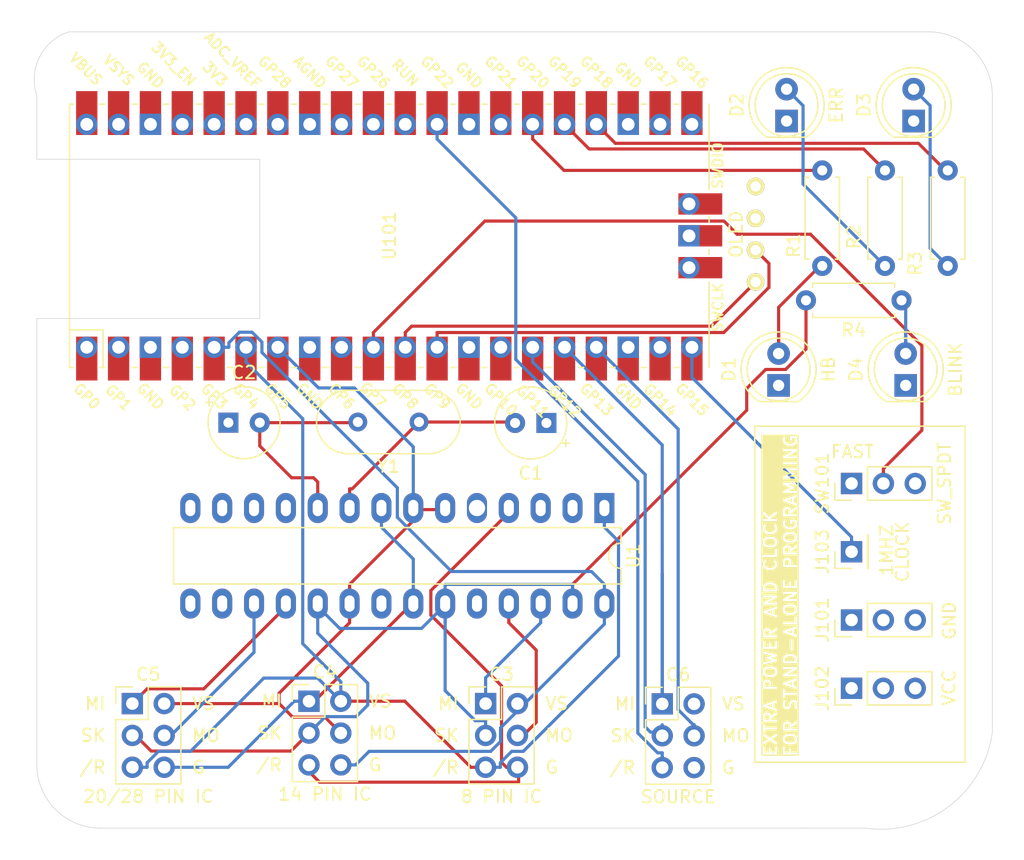
<source format=kicad_pcb>
(kicad_pcb (version 20221018) (generator pcbnew)
  (layers (0 "F.Cu" signal) (1 "In1.Cu" signal) (2 "In2.Cu" signal) (31 "B.Cu" signal) (34 "B.Paste" user) (35 "F.Paste" user) (36 "B.SilkS" user "B.Silkscreen") (37 "F.SilkS" user "F.Silkscreen") (38 "B.Mask" user) (39 "F.Mask" user) (44 "Edge.Cuts" user))
  (net 0 "")
  (net 1 "Net-(D1-A)")
  (net 2 "Net-(D2-A)")
  (net 3 "Net-(D3-A)")
  (net 4 "Net-(D4-A)")
  (net 5 "/SDA")
  (net 6 "/SCL")
  (net 16 "XTAL1")
  (net 17 "GND")
  (net 18 "XTAL2")
  (net 19 "/MI8")
  (net 26 "/G8")
  (net 27 "/V14")
  (net 28 "/MO8")
  (net 29 "/G14")
  (net 30 "/MO14")
  (net 31 "/SC14")
  (net 32 "/G20")
  (net 33 "/MO20")
  (net 34 "/MI20")
  (net 35 "/HB_LED")
  (net 36 "/ERR_LED")
  (net 37 "/PRG_LED")
  (net 39 "/S_MISO")
  (net 40 "/S_SCK")
  (net 41 "/S_MOSI")
  (net 42 "/~{S_RESET}")
  (net 44 "/1MHZ_CLK")
  (net 45 "/S_VCC")
  (net 61 "/SPEED_SW")
  (footprint "LED_THT:LED_D5.0mm_Clear" (layer "F.Cu") (at 175.9712 78.994 90)
    (fp_text reference "D4")
    (fp_text value "BLINK")
  )
  (footprint "multi-avr:ICSP_6_pin" (layer "F.Cu") (at 156.5565 104.394)
    (fp_text reference "C6")
    (fp_text value "SOURCE")
  )
  (footprint "Resistor_THT:R_Axial_DIN0207_L6.3mm_D2.5mm_P7.62mm_Horizontal" (layer "F.Cu") (at 179.324 69.469 90)
    (fp_text reference "R3")
    (fp_text value "1K")
  )
  (footprint "multi-avr:ICSP_6_pin" (layer "F.Cu") (at 128.3855 104.1804)
    (fp_text reference "C4")
    (fp_text value "14 PIN IC")
  )
  (footprint "LED_THT:LED_D5.0mm_Clear" (layer "F.Cu") (at 165.8366 78.994 90)
    (fp_text reference "D1")
    (fp_text value "HB")
  )
  (footprint "Connector_PinHeader_2.54mm:PinHeader_1x03_P2.54mm_Vertical" (layer "F.Cu") (at 171.6532 103.1494 90)
    (fp_text reference "J102")
    (fp_text value "Conn_01x03_Pin")
  )
  (footprint "Resistor_THT:R_Axial_DIN0207_L6.3mm_D2.5mm_P7.62mm_Horizontal" (layer "F.Cu") (at 174.3202 69.469 90)
    (fp_text reference "R2")
    (fp_text value "1K")
  )
  (footprint "LED_THT:LED_D5.0mm_Clear" (layer "F.Cu") (at 176.6062 57.912 90)
    (fp_text reference "D3")
    (fp_text value "PRG")
  )
  (footprint "Connector_PinHeader_2.54mm:PinHeader_1x03_P2.54mm_Vertical" (layer "F.Cu") (at 171.6532 97.7053 90)
    (fp_text reference "J101")
    (fp_text value "Conn_01x03_Pin")
  )
  (footprint "RPi_Pico:RPi_Pico_SMD_TH" (layer "F.Cu") (at 134.793 67.065 90)
    (fp_text reference "U101")
    (fp_text value "Pico")
  )
  (footprint "multi-avr:ICSP_6_pin" (layer "F.Cu") (at 142.471 104.3686)
    (fp_text reference "C3")
    (fp_text value "8 PIN IC")
  )
  (footprint "Resistor_THT:R_Axial_DIN0207_L6.3mm_D2.5mm_P7.62mm_Horizontal" (layer "F.Cu") (at 175.641 72.2122 180)
    (fp_text reference "R4")
    (fp_text value "1K")
  )
  (footprint "kbd:OLED_v2" (layer "F.Cu") (at 164.003 66.938 90)
    (fp_text reference "OL101")
    (fp_text value "OLED" hide)
  )
  (footprint "multi-avr:ZIF-28" (layer "F.Cu") (at 151.9606 88.7984 -90)
    (fp_text reference "U1")
    (fp_text value "ZIF")
  )
  (footprint "Capacitor_THT:CP_Radial_Tantal_D5.5mm_P2.50mm" (layer "F.Cu") (at 121.96 81.9658)
    (fp_text reference "C2")
    (fp_text value "22pF")
  )
  (footprint "Crystal:Crystal_HC49-4H_Vertical" (layer "F.Cu") (at 137.16 81.915 180)
    (fp_text reference "Y1")
    (fp_text value "16MHz")
  )
  (footprint "Capacitor_THT:CP_Radial_Tantal_D5.5mm_P2.50mm" (layer "F.Cu") (at 147.32 81.9912 180)
    (fp_text reference "C1")
    (fp_text value "22pF")
  )
  (footprint "Resistor_THT:R_Axial_DIN0207_L6.3mm_D2.5mm_P7.62mm_Horizontal" (layer "F.Cu") (at 169.3164 69.469 90)
    (fp_text reference "R1")
    (fp_text value "1K")
  )
  (footprint "LED_THT:LED_D5.0mm_Clear" (layer "F.Cu") (at 166.4716 57.912 90)
    (fp_text reference "D2")
    (fp_text value "ERR")
  )
  (footprint "Connector_PinHeader_2.54mm:PinHeader_1x03_P2.54mm_Vertical" (layer "F.Cu") (at 171.6532 86.8172 90)
    (fp_text reference "SW101")
    (fp_text value "SW_SPDT")
  )
  (footprint "multi-avr:ICSP_6_pin" (layer "F.Cu") (at 114.3 104.3686)
    (fp_text reference "C5")
    (fp_text value "20/28 PIN IC")
  )
  (footprint "Connector_PinHeader_2.54mm:PinHeader_1x01_P2.54mm_Vertical" (layer "F.Cu") (at 171.6532 92.2613 90)
    (fp_text reference "J103")
    (fp_text value "Conn_01x01_Pin")
  )
  (gr_rect (start 163.9316 82.2452) (end 180.721 109.0422) (stroke (width 0.12)) (fill none) (layer "F.SilkS"))
  (gr_arc (start 182.88 106.68) (mid 179.378154 112.594206) (end 172.72 114.3) (stroke (width 0.05)) (layer "Edge.Cuts"))
  (gr_line (start 152.4 114.3) (end 111.76 114.3) (stroke (width 0.05)) (layer "Edge.Cuts"))
  (gr_line (start 167.64 114.3) (end 152.4 114.3) (stroke (width 0.05)) (layer "Edge.Cuts"))
  (gr_line (start 124.46 71.12) (end 124.46 73.66) (stroke (width 0.05)) (layer "Edge.Cuts"))
  (gr_line (start 182.88 55.88) (end 182.88 60.96) (stroke (width 0.05)) (layer "Edge.Cuts"))
  (gr_line (start 106.68 109.22) (end 106.68 73.66) (stroke (width 0.05)) (layer "Edge.Cuts"))
  (gr_line (start 182.88 106.68) (end 182.88 60.96) (stroke (width 0.05)) (layer "Edge.Cuts"))
  (gr_line (start 106.68 60.96) (end 124.46 60.96) (stroke (width 0.05)) (layer "Edge.Cuts"))
  (gr_arc (start 177.8 50.8) (mid 181.392102 52.287897) (end 182.879999 55.879999) (stroke (width 0.05)) (layer "Edge.Cuts"))
  (gr_line (start 124.46 71.12) (end 124.46 60.96) (stroke (width 0.05)) (layer "Edge.Cuts"))
  (gr_line (start 109.22 50.8) (end 177.8 50.8) (stroke (width 0.05)) (layer "Edge.Cuts"))
  (gr_arc (start 106.68 55.879999) (mid 106.897898 52.813949) (end 109.22 50.8) (stroke (width 0.05)) (layer "Edge.Cuts"))
  (gr_arc (start 111.76 114.3) (mid 108.167899 112.812103) (end 106.680001 109.220001) (stroke (width 0.05)) (layer "Edge.Cuts"))
  (gr_line (start 106.68 73.66) (end 124.46 73.66) (stroke (width 0.05)) (layer "Edge.Cuts"))
  (gr_line (start 167.64 114.3) (end 172.72 114.3) (stroke (width 0.05)) (layer "Edge.Cuts"))
  (gr_line (start 106.68 55.88) (end 106.68 60.96) (stroke (width 0.05)) (layer "Edge.Cuts"))
  (gr_text "EXTRA POWER AND CLOCK\nFOR STAND-ALONE PROGRAMMING" (at 167.386 108.6866 90) (layer "F.SilkS" knockout) (effects (font (size 1 1)) (justify left bottom)))
  (segment (start 169.316 69.469) (end 169.3164 69.469) (width 0.25) (layer "F.Cu") (net 1))
  (segment (start 169.138 69.469) (end 165.837 72.77) (width 0.25) (layer "F.Cu") (net 1))
  (segment (start 169.316 69.469) (end 169.138 69.469) (width 0.25) (layer "F.Cu") (net 1))
  (segment (start 165.837 74.7831) (end 165.8366 74.7835) (width 0.25) (layer "F.Cu") (net 1))
  (segment (start 165.8366 74.7835) (end 165.8366 76.454) (width 0.25) (layer "F.Cu") (net 1))
  (segment (start 165.837 74.7831) (end 165.837 76.454) (width 0.25) (layer "F.Cu") (net 1))
  (segment (start 165.837 72.77) (end 165.837 74.7831) (width 0.25) (layer "F.Cu") (net 1))
  (segment (start 167.786 62.935) (end 167.786 56.6866) (width 0.25) (layer "B.Cu") (net 2))
  (segment (start 174.3202 69.469) (end 174.32 69.469) (width 0.25) (layer "B.Cu") (net 2))
  (segment (start 167.786 56.6866) (end 166.472 55.372) (width 0.25) (layer "B.Cu") (net 2))
  (segment (start 174.32 69.469) (end 167.786 62.935) (width 0.25) (layer "B.Cu") (net 2))
  (segment (start 166.4716 55.372) (end 166.472 55.372) (width 0.25) (layer "B.Cu") (net 2))
  (segment (start 177.921 56.6866) (end 177.921 68.0658) (width 0.25) (layer "B.Cu") (net 3))
  (segment (start 176.6062 55.372) (end 176.607 55.372) (width 0.25) (layer "B.Cu") (net 3))
  (segment (start 176.607 55.372) (end 177.921 56.6866) (width 0.25) (layer "B.Cu") (net 3))
  (segment (start 176.606 55.372) (end 176.6062 55.372) (width 0.25) (layer "B.Cu") (net 3))
  (segment (start 177.921 68.0658) (end 179.324 69.469) (width 0.25) (layer "B.Cu") (net 3))
  (segment (start 175.641 72.2122) (end 175.971 72.5424) (width 0.25) (layer "B.Cu") (net 4))
  (segment (start 175.971 72.5424) (end 175.971 74.4982) (width 0.25) (layer "B.Cu") (net 4))
  (segment (start 175.9712 74.4984) (end 175.9712 76.454) (width 0.25) (layer "B.Cu") (net 4))
  (segment (start 175.971 74.4982) (end 175.971 76.454) (width 0.25) (layer "B.Cu") (net 4))
  (segment (start 175.971 74.4982) (end 175.9712 74.4984) (width 0.25) (layer "B.Cu") (net 4))
  (segment (start 160.48 74.2711) (end 164.003 70.748) (width 0.25) (layer "F.Cu") (net 5))
  (segment (start 136.57 74.2711) (end 160.48 74.2711) (width 0.25) (layer "F.Cu") (net 5))
  (segment (start 136.063 74.7781) (end 136.57 74.2711) (width 0.25) (layer "F.Cu") (net 5))
  (segment (start 136.063 75.955) (end 136.063 74.7781) (width 0.25) (layer "F.Cu") (net 5))
  (segment (start 138.603 74.7781) (end 161.466 74.7781) (width 0.25) (layer "F.Cu") (net 6))
  (segment (start 161.466 74.7781) (end 165.067 71.1773) (width 0.25) (layer "F.Cu") (net 6))
  (segment (start 165.067 71.1773) (end 165.067 69.2719) (width 0.25) (layer "F.Cu") (net 6))
  (segment (start 165.067 69.2719) (end 164.003 68.208) (width 0.25) (layer "F.Cu") (net 6))
  (segment (start 138.603 75.955) (end 138.603 74.7781) (width 0.25) (layer "F.Cu") (net 6))
  (segment (start 137.16 81.915) (end 131.829 87.2461) (width 0.25) (layer "F.Cu") (net 16))
  (segment (start 131.623 87.2461) (end 131.623 87.6278) (width 0.25) (layer "F.Cu") (net 16))
  (segment (start 131.623 88.0095) (end 131.623 88.3912) (width 0.25) (layer "F.Cu") (net 16))
  (segment (start 131.829 87.2461) (end 131.623 87.2461) (width 0.25) (layer "F.Cu") (net 16))
  (segment (start 144.82 81.9912) (end 144.744 81.915) (width 0.25) (layer "F.Cu") (net 16))
  (segment (start 131.623 87.6278) (end 131.623 87.628) (width 0.25) (layer "F.Cu") (net 16))
  (segment (start 131.623 87.6278) (end 131.623 87.628) (width 0.25) (layer "F.Cu") (net 16))
  (segment (start 131.6228 88.3914) (end 131.6228 88.773) (width 0.25) (layer "F.Cu") (net 16))
  (segment (start 144.744 81.915) (end 137.16 81.915) (width 0.25) (layer "F.Cu") (net 16))
  (segment (start 131.623 88.3912) (end 131.6228 88.3914) (width 0.25) (layer "F.Cu") (net 16))
  (segment (start 131.623 87.628) (end 131.623 88.0095) (width 0.25) (layer "F.Cu") (net 16))
  (segment (start 131.623 88.3912) (end 131.623 88.773) (width 0.25) (layer "F.Cu") (net 16))
  (segment (start 131.623 87.628) (end 131.623 88.0095) (width 0.25) (layer "F.Cu") (net 16))
  (segment (start 128.75 86.36) (end 129.083 86.6926) (width 0.25) (layer "F.Cu") (net 18))
  (segment (start 124.46 83.82) (end 127 86.36) (width 0.25) (layer "F.Cu") (net 18))
  (segment (start 129.083 87.7328) (end 129.083 88.773) (width 0.25) (layer "F.Cu") (net 18))
  (segment (start 127 86.36) (end 128.75 86.36) (width 0.25) (layer "F.Cu") (net 18))
  (segment (start 129.083 87.7328) (end 129.0828 87.733) (width 0.25) (layer "F.Cu") (net 18))
  (segment (start 124.46 81.9658) (end 132.229 81.9658) (width 0.25) (layer "F.Cu") (net 18))
  (segment (start 129.083 86.6926) (end 129.083 87.7328) (width 0.25) (layer "F.Cu") (net 18))
  (segment (start 129.0828 87.733) (end 129.0828 88.773) (width 0.25) (layer "F.Cu") (net 18))
  (segment (start 132.229 81.9658) (end 132.28 81.915) (width 0.25) (layer "F.Cu") (net 18))
  (segment (start 124.46 81.9658) (end 124.46 83.82) (width 0.25) (layer "F.Cu") (net 18))
  (segment (start 146.863 96.7747) (end 146.863 96.393) (width 0.25) (layer "B.Cu") (net 19))
  (segment (start 142.471 104.369) (end 142.471 104.3686) (width 0.25) (layer "B.Cu") (net 19))
  (segment (start 146.863 97.5381) (end 146.863 97.5379) (width 0.25) (layer "B.Cu") (net 19))
  (segment (start 142.471 102.312) (end 146.863 97.9199) (width 0.25) (layer "B.Cu") (net 19))
  (segment (start 146.8628 96.7745) (end 146.8628 96.393) (width 0.25) (layer "B.Cu") (net 19))
  (segment (start 146.863 97.5379) (end 146.863 97.1564) (width 0.25) (layer "B.Cu") (net 19))
  (segment (start 146.863 97.9199) (end 146.863 97.5381) (width 0.25) (layer "B.Cu") (net 19))
  (segment (start 146.863 96.7747) (end 146.8628 96.7745) (width 0.25) (layer "B.Cu") (net 19))
  (segment (start 146.863 97.5379) (end 146.863 97.1564) (width 0.25) (layer "B.Cu") (net 19))
  (segment (start 146.863 97.5381) (end 146.863 97.5379) (width 0.25) (layer "B.Cu") (net 19))
  (segment (start 146.863 97.1564) (end 146.863 96.7747) (width 0.25) (layer "B.Cu") (net 19))
  (segment (start 142.471 104.3686) (end 142.471 102.312) (width 0.25) (layer "B.Cu") (net 19))
  (segment (start 144.323 89.13706) (end 144.32282 89.13688) (width 0.25) (layer "F.Cu") (net 26))
  (segment (start 144.32282 89.13688) (end 138.103 95.3567) (width 0.25) (layer "F.Cu") (net 26))
  (segment (start 145.1038 110.636) (end 145.1038 109.5414) (width 0.25) (layer "F.Cu") (net 26))
  (segment (start 145.0106 109.449) (end 144.133 109.449) (width 0.25) (layer "F.Cu") (net 26))
  (segment (start 129.2288 110.636) (end 145.1038 110.636) (width 0.25) (layer "F.Cu") (net 26))
  (segment (start 143.741 109.056) (end 144.133 109.449) (width 0.25) (layer "F.Cu") (net 26))
  (segment (start 145.0114 109.449) (end 144.133 109.449) (width 0.25) (layer "F.Cu") (net 26))
  (segment (start 138.103 97.3105) (end 143.741 102.949) (width 0.25) (layer "F.Cu") (net 26))
  (segment (start 144.323 89.5364) (end 144.323 89.13706) (width 0.25) (layer "F.Cu") (net 26))
  (segment (start 128.3855 109.7927) (end 129.2288 110.636) (width 0.25) (layer "F.Cu") (net 26))
  (segment (start 144.3228 89.5362) (end 144.3228 88.773) (width 0.25) (layer "F.Cu") (net 26))
  (segment (start 143.741 102.949) (end 143.741 109.056) (width 0.25) (layer "F.Cu") (net 26))
  (segment (start 145.011 109.449) (end 145.0106 109.449) (width 0.25) (layer "F.Cu") (net 26))
  (segment (start 145.1038 109.5414) (end 145.0114 109.449) (width 0.25) (layer "F.Cu") (net 26))
  (segment (start 128.3855 109.2604) (end 128.3855 109.7927) (width 0.25) (layer "F.Cu") (net 26))
  (segment (start 138.103 95.3567) (end 138.103 97.3105) (width 0.25) (layer "F.Cu") (net 26))
  (segment (start 145.0106 109.449) (end 145.011 109.4486) (width 0.25) (layer "F.Cu") (net 26))
  (segment (start 144.323 88.773) (end 144.323 89.5364) (width 0.25) (layer "F.Cu") (net 26))
  (segment (start 144.323 89.5364) (end 144.3228 89.5362) (width 0.25) (layer "F.Cu") (net 26))
  (segment (start 130.9259 104.18) (end 130.9255 104.1804) (width 0.25) (layer "F.Cu") (net 27))
  (segment (start 130.926 104.18) (end 130.9259 104.18) (width 0.25) (layer "F.Cu") (net 27))
  (segment (start 142.4706 109.449) (end 142.471 109.4486) (width 0.25) (layer "F.Cu") (net 27))
  (segment (start 142.4706 109.449) (end 141.294 109.449) (width 0.25) (layer "F.Cu") (net 27))
  (segment (start 142.471 109.449) (end 142.4706 109.449) (width 0.25) (layer "F.Cu") (net 27))
  (segment (start 141.294 109.449) (end 136.026 104.18) (width 0.25) (layer "F.Cu") (net 27))
  (segment (start 136.026 104.18) (end 130.926 104.18) (width 0.25) (layer "F.Cu") (net 27))
  (segment (start 130.9255 102.6299) (end 130.9255 104.1804) (width 0.25) (layer "B.Cu") (net 27))
  (segment (start 114.3004 109.449) (end 114.3 109.4486) (width 0.25) (layer "B.Cu") (net 27))
  (segment (start 153.07 91.4269) (end 153.07 100.581) (width 0.25) (layer "B.Cu") (net 27))
  (segment (start 116.383 108.177) (end 115.477 109.083) (width 0.25) (layer "B.Cu") (net 27))
  (segment (start 127.8868 99.5912) (end 130.9255 102.6299) (width 0.25) (layer "B.Cu") (net 27))
  (segment (start 130.926 104.18) (end 130.9251 104.18) (width 0.25) (layer "B.Cu") (net 27))
  (segment (start 114.3004 109.449) (end 114.3 109.449) (width 0.25) (layer "B.Cu") (net 27))
  (segment (start 151.943 89.5364) (end 151.943 90.2999) (width 0.25) (layer "B.Cu") (net 27))
  (segment (start 142.471 109.4486) (end 142.471 109.449) (width 0.25) (layer "B.Cu") (net 27))
  (segment (start 115.477 109.449) (end 114.3004 109.449) (width 0.25) (layer "B.Cu") (net 27))
  (segment (start 129.0817 102.3366) (end 130.9255 104.1804) (width 0.25) (layer "B.Cu") (net 27))
  (segment (start 129.0817 102.3366) (end 124.7794 102.3366) (width 0.25) (layer "B.Cu") (net 27))
  (segment (start 118.939 108.177) (end 116.383 108.177) (width 0.25) (layer "B.Cu") (net 27))
  (segment (start 151.943 90.2999) (end 153.07 91.4269) (width 0.25) (layer "B.Cu") (net 27))
  (segment (start 124.7794 102.3366) (end 118.939 108.177) (width 0.25) (layer "B.Cu") (net 27))
  (segment (start 144.552 108.179) (end 143.648 109.083) (width 0.25) (layer "B.Cu") (net 27))
  (segment (start 145.472 108.179) (end 144.552 108.179) (width 0.25) (layer "B.Cu") (net 27))
  (segment (start 123.363 75.955) (end 123.363 77.1319) (width 0.25) (layer "B.Cu") (net 27))
  (segment (start 153.07 100.581) (end 145.472 108.179) (width 0.25) (layer "B.Cu") (net 27))
  (segment (start 143.648 109.083) (end 143.648 109.449) (width 0.25) (layer "B.Cu") (net 27))
  (segment (start 123.363 77.1319) (end 127.8868 81.6557) (width 0.25) (layer "B.Cu") (net 27))
  (segment (start 151.943 89.5364) (end 151.9428 89.5362) (width 0.25) (layer "B.Cu") (net 27))
  (segment (start 151.9428 89.5362) (end 151.9428 88.773) (width 0.25) (layer "B.Cu") (net 27))
  (segment (start 151.943 88.773) (end 151.943 89.5364) (width 0.25) (layer "B.Cu") (net 27))
  (segment (start 127.8868 81.6557) (end 127.8868 99.5912) (width 0.25) (layer "B.Cu") (net 27))
  (segment (start 130.9251 104.18) (end 130.9255 104.1804) (width 0.25) (layer "B.Cu") (net 27))
  (segment (start 115.477 109.083) (end 115.477 109.449) (width 0.25) (layer "B.Cu") (net 27))
  (segment (start 143.648 109.449) (end 142.471 109.449) (width 0.25) (layer "B.Cu") (net 27))
  (segment (start 144.323 97.5379) (end 144.323 97.1564) (width 0.25) (layer "F.Cu") (net 28))
  (segment (start 144.323 97.5381) (end 144.323 97.5379) (width 0.25) (layer "F.Cu") (net 28))
  (segment (start 144.323 96.7747) (end 144.3228 96.7745) (width 0.25) (layer "F.Cu") (net 28))
  (segment (start 144.323 97.9199) (end 144.323 96.7747) (width 0.25) (layer "F.Cu") (net 28))
  (segment (start 146.5072 105.8672) (end 146.5072 100.1041) (width 0.25) (layer "F.Cu") (net 28))
  (segment (start 145.011 106.909) (end 145.011 106.9086) (width 0.25) (layer "F.Cu") (net 28))
  (segment (start 146.5072 100.1041) (end 144.323 97.9199) (width 0.25) (layer "F.Cu") (net 28))
  (segment (start 144.3228 96.7745) (end 144.3228 96.393) (width 0.25) (layer "F.Cu") (net 28))
  (segment (start 145.4658 106.9086) (end 146.5072 105.8672) (width 0.25) (layer "F.Cu") (net 28))
  (segment (start 145.011 106.9086) (end 145.4658 106.9086) (width 0.25) (layer "F.Cu") (net 28))
  (segment (start 144.323 96.7747) (end 144.323 96.393) (width 0.25) (layer "F.Cu") (net 28))
  (segment (start 135.4328 87.164) (end 135.4328 89.5148) (width 0.25) (layer "B.Cu") (net 29))
  (segment (start 145.0114 104.369) (end 145.011 104.3686) (width 0.25) (layer "B.Cu") (net 29))
  (segment (start 121.9999 75.5872) (end 122.8321 74.755) (width 0.25) (layer "B.Cu") (net 29))
  (segment (start 124.633 75.5388) (end 124.633 76.3642) (width 0.25) (layer "B.Cu") (net 29))
  (segment (start 120.823 75.955) (end 121.9999 75.955) (width 0.25) (layer "B.Cu") (net 29))
  (segment (start 151.9428 96.393) (end 151.9428 94.8661) (width 0.25) (layer "B.Cu") (net 29))
  (segment (start 143.661 107.395) (end 143.661 106.307) (width 0.25) (layer "B.Cu") (net 29))
  (segment (start 150.9143 93.8376) (end 151.9428 94.8661) (width 0.25) (layer "B.Cu") (net 29))
  (segment (start 135.4328 89.5148) (end 139.7556 93.8376) (width 0.25) (layer "B.Cu") (net 29))
  (segment (start 130.9259 109.26) (end 130.9255 109.2604) (width 0.25) (layer "B.Cu") (net 29))
  (segment (start 132.102 109.26) (end 133.184 108.179) (width 0.25) (layer "B.Cu") (net 29))
  (segment (start 143.661 106.307) (end 145.6 104.369) (width 0.25) (layer "B.Cu") (net 29))
  (segment (start 122.8321 74.755) (end 123.8492 74.755) (width 0.25) (layer "B.Cu") (net 29))
  (segment (start 151.943 97.1564) (end 151.9428 97.1562) (width 0.25) (layer "B.Cu") (net 29))
  (segment (start 130.926 109.26) (end 130.9259 109.26) (width 0.25) (layer "B.Cu") (net 29))
  (segment (start 151.943 96.393) (end 151.943 97.1564) (width 0.25) (layer "B.Cu") (net 29))
  (segment (start 121.9999 75.955) (end 121.9999 75.5872) (width 0.25) (layer "B.Cu") (net 29))
  (segment (start 151.943 98.026) (end 145.6 104.369) (width 0.25) (layer "B.Cu") (net 29))
  (segment (start 130.926 109.26) (end 132.102 109.26) (width 0.25) (layer "B.Cu") (net 29))
  (segment (start 139.7556 93.8376) (end 150.9143 93.8376) (width 0.25) (layer "B.Cu") (net 29))
  (segment (start 124.633 76.3642) (end 135.4328 87.164) (width 0.25) (layer "B.Cu") (net 29))
  (segment (start 151.9428 97.1562) (end 151.9428 96.393) (width 0.25) (layer "B.Cu") (net 29))
  (segment (start 145.6 104.369) (end 145.0114 104.369) (width 0.25) (layer "B.Cu") (net 29))
  (segment (start 151.943 97.1564) (end 151.943 98.026) (width 0.25) (layer "B.Cu") (net 29))
  (segment (start 142.878 108.179) (end 143.661 107.395) (width 0.25) (layer "B.Cu") (net 29))
  (segment (start 145.0114 104.369) (end 145.011 104.369) (width 0.25) (layer "B.Cu") (net 29))
  (segment (start 123.8492 74.755) (end 124.633 75.5388) (width 0.25) (layer "B.Cu") (net 29))
  (segment (start 133.184 108.179) (end 142.878 108.179) (width 0.25) (layer "B.Cu") (net 29))
  (segment (start 139.243 89.5364) (end 139.2428 89.5362) (width 0.25) (layer "F.Cu") (net 30))
  (segment (start 116.8404 104.369) (end 126.006 104.369) (width 0.25) (layer "F.Cu") (net 30))
  (segment (start 126.006 104.369) (end 127.088 105.45) (width 0.25) (layer "F.Cu") (net 30))
  (segment (start 131.623 96.393) (end 131.623 94.8661) (width 0.25) (layer "F.Cu") (net 30))
  (segment (start 138.6066 88.9) (end 137.3394 88.9) (width 0.25) (layer "F.Cu") (net 30))
  (segment (start 126.006 104.369) (end 126.006 103.536) (width 0.25) (layer "F.Cu") (net 30))
  (segment (start 116.8404 104.369) (end 116.84 104.3686) (width 0.25) (layer "F.Cu") (net 30))
  (segment (start 139.2428 89.5362) (end 139.2428 88.773) (width 0.25) (layer "F.Cu") (net 30))
  (segment (start 136.703 89.1547) (end 136.7028 89.1545) (width 0.25) (layer "F.Cu") (net 30))
  (segment (start 126.006 103.536) (end 131.623 97.9199) (width 0.25) (layer "F.Cu") (net 30))
  (segment (start 136.703 88.773) (end 136.703 89.1547) (width 0.25) (layer "F.Cu") (net 30))
  (segment (start 130.9251 106.72) (end 130.926 106.72) (width 0.25) (layer "F.Cu") (net 30))
  (segment (start 131.623 94.8661) (end 136.703 89.7861) (width 0.25) (layer "F.Cu") (net 30))
  (segment (start 136.7028 89.1545) (end 136.7028 88.773) (width 0.25) (layer "F.Cu") (net 30))
  (segment (start 130.9251 106.72) (end 130.9255 106.7204) (width 0.25) (layer "F.Cu") (net 30))
  (segment (start 129.6551 105.45) (end 130.9251 106.72) (width 0.25) (layer "F.Cu") (net 30))
  (segment (start 127.088 105.45) (end 129.6551 105.45) (width 0.25) (layer "F.Cu") (net 30))
  (segment (start 139.243 89.5364) (end 138.6066 88.9) (width 0.25) (layer "F.Cu") (net 30))
  (segment (start 131.623 96.393) (end 131.6228 96.393) (width 0.25) (layer "F.Cu") (net 30))
  (segment (start 116.84 104.369) (end 116.8404 104.369) (width 0.25) (layer "F.Cu") (net 30))
  (segment (start 137.3394 88.9) (end 136.703 89.5364) (width 0.25) (layer "F.Cu") (net 30))
  (segment (start 131.623 97.9199) (end 131.623 96.393) (width 0.25) (layer "F.Cu") (net 30))
  (segment (start 136.703 89.7861) (end 136.703 89.5364) (width 0.25) (layer "F.Cu") (net 30))
  (segment (start 136.703 89.1547) (end 136.703 89.5364) (width 0.25) (layer "F.Cu") (net 30))
  (segment (start 139.243 88.773) (end 139.243 89.5364) (width 0.25) (layer "F.Cu") (net 30))
  (segment (start 136.7028 83.8962) (end 136.7028 88.773) (width 0.25) (layer "B.Cu") (net 30))
  (segment (start 129.1452 79.1972) (end 132.0038 79.1972) (width 0.25) (layer "B.Cu") (net 30))
  (segment (start 125.903 75.955) (end 129.1452 79.1972) (width 0.25) (layer "B.Cu") (net 30))
  (segment (start 132.0038 79.1972) (end 136.7028 83.8962) (width 0.25) (layer "B.Cu") (net 30))
  (segment (start 115.7986 108.1532) (end 126.9519 108.1532) (width 0.25) (layer "F.Cu") (net 31))
  (segment (start 126.9519 108.1532) (end 128.3851 106.72) (width 0.25) (layer "F.Cu") (net 31))
  (segment (start 168.021 76.097) (end 168.021 72.2122) (width 0.25) (layer "F.Cu") (net 31))
  (segment (start 163.292 80.9769) (end 163.292 79.2365) (width 0.25) (layer "F.Cu") (net 31))
  (segment (start 166.394 77.724) (end 168.021 76.097) (width 0.25) (layer "F.Cu") (net 31))
  (segment (start 149.403 96.393) (end 149.403 94.8661) (width 0.25) (layer "F.Cu") (net 31))
  (segment (start 128.3851 106.72) (end 128.386 106.72) (width 0.25) (layer "F.Cu") (net 31))
  (segment (start 114.5544 106.909) (end 115.7986 108.1532) (width 0.25) (layer "F.Cu") (net 31))
  (segment (start 163.292 79.2365) (end 164.804 77.724) (width 0.25) (layer "F.Cu") (net 31))
  (segment (start 149.403 94.8661) (end 163.292 80.9769) (width 0.25) (layer "F.Cu") (net 31))
  (segment (start 128.3851 106.72) (end 128.3855 106.7204) (width 0.25) (layer "F.Cu") (net 31))
  (segment (start 114.3004 106.909) (end 114.3 106.9086) (width 0.25) (layer "F.Cu") (net 31))
  (segment (start 164.804 77.724) (end 166.394 77.724) (width 0.25) (layer "F.Cu") (net 31))
  (segment (start 114.3 106.909) (end 114.3004 106.909) (width 0.25) (layer "F.Cu") (net 31))
  (segment (start 114.3004 106.909) (end 114.5544 106.909) (width 0.25) (layer "F.Cu") (net 31))
  (segment (start 149.4028 96.393) (end 149.403 96.393) (width 0.25) (layer "F.Cu") (net 31))
  (segment (start 149.403 94.8661) (end 139.243 94.8661) (width 0.25) (layer "B.Cu") (net 31))
  (segment (start 149.4028 95.6297) (end 149.4028 96.393) (width 0.25) (layer "B.Cu") (net 31))
  (segment (start 133.0706 102.743) (end 129.08282 98.75522) (width 0.25) (layer "B.Cu") (net 31))
  (segment (start 137.3632 98.3742) (end 139.243 96.4944) (width 0.25) (layer "B.Cu") (net 31))
  (segment (start 142.471 106.9086) (end 142.471 106.909) (width 0.25) (layer "B.Cu") (net 31))
  (segment (start 139.243 97.9199) (end 139.243 103.336) (width 0.25) (layer "B.Cu") (net 31))
  (segment (start 139.243 96.4944) (end 139.243 97.9199) (width 0.25) (layer "B.Cu") (net 31))
  (segment (start 129.083 97.1564) (end 129.0828 97.1562) (width 0.25) (layer "B.Cu") (net 31))
  (segment (start 129.6959 105.41) (end 132.1562 105.41) (width 0.25) (layer "B.Cu") (net 31))
  (segment (start 149.403 96.393) (end 149.403 95.6295) (width 0.25) (layer "B.Cu") (net 31))
  (segment (start 130.8354 98.3742) (end 137.3632 98.3742) (width 0.25) (layer "B.Cu") (net 31))
  (segment (start 149.403 95.6295) (end 149.403 94.8661) (width 0.25) (layer "B.Cu") (net 31))
  (segment (start 139.243 103.336) (end 141.639 105.732) (width 0.25) (layer "B.Cu") (net 31))
  (segment (start 142.471 105.732) (end 142.471 106.9086) (width 0.25) (layer "B.Cu") (net 31))
  (segment (start 129.083 96.393) (end 129.083 97.1564) (width 0.25) (layer "B.Cu") (net 31))
  (segment (start 129.08282 98.75522) (end 129.08282 96.393) (width 0.25) (layer "B.Cu") (net 31))
  (segment (start 141.639 105.732) (end 142.471 105.732) (width 0.25) (layer "B.Cu") (net 31))
  (segment (start 149.403 95.6295) (end 149.4028 95.6297) (width 0.25) (layer "B.Cu") (net 31))
  (segment (start 139.243 94.8661) (end 139.243 96.393) (width 0.25) (layer "B.Cu") (net 31))
  (segment (start 139.243 96.393) (end 139.2428 96.393) (width 0.25) (layer "B.Cu") (net 31))
  (segment (start 129.6176 97.1564) (end 130.8354 98.3742) (width 0.25) (layer "B.Cu") (net 31))
  (segment (start 129.083 97.1564) (end 129.6176 97.1564) (width 0.25) (layer "B.Cu") (net 31))
  (segment (start 132.1562 105.41) (end 133.0706 104.4956) (width 0.25) (layer "B.Cu") (net 31))
  (segment (start 129.0828 97.1562) (end 129.0828 96.393) (width 0.25) (layer "B.Cu") (net 31))
  (segment (start 139.243 96.393) (end 139.243 97.9199) (width 0.25) (layer "B.Cu") (net 31))
  (segment (start 133.0706 104.4956) (end 133.0706 102.743) (width 0.25) (layer "B.Cu") (net 31))
  (segment (start 128.3855 106.7204) (end 129.6959 105.41) (width 0.25) (layer "B.Cu") (net 31))
  (segment (start 136.703 96.393) (end 136.703 97.1564) (width 0.25) (layer "F.Cu") (net 32))
  (segment (start 136.703 96.39318) (end 136.70282 96.393) (width 0.25) (layer "F.Cu") (net 32))
  (segment (start 136.6012 96.393) (end 128.8138 104.1804) (width 0.25) (layer "F.Cu") (net 32))
  (segment (start 128.8138 104.1804) (end 128.3855 104.1804) (width 0.25) (layer "F.Cu") (net 32))
  (segment (start 136.703 97.1564) (end 136.703 96.39318) (width 0.25) (layer "F.Cu") (net 32))
  (segment (start 136.70282 96.393) (end 136.6012 96.393) (width 0.25) (layer "F.Cu") (net 32))
  (segment (start 136.7028 97.1562) (end 136.7028 96.393) (width 0.25) (layer "F.Cu") (net 32))
  (segment (start 136.703 97.1564) (end 136.7028 97.1562) (width 0.25) (layer "F.Cu") (net 32))
  (segment (start 128.3851 104.18) (end 128.386 104.18) (width 0.25) (layer "B.Cu") (net 32))
  (segment (start 127.209 104.18) (end 128.3851 104.18) (width 0.25) (layer "B.Cu") (net 32))
  (segment (start 134.163 89.9181) (end 134.163 89.9179) (width 0.25) (layer "B.Cu") (net 32))
  (segment (start 134.163 89.1547) (end 134.1628 89.1545) (width 0.25) (layer "B.Cu") (net 32))
  (segment (start 134.163 89.9179) (end 134.163 89.5364) (width 0.25) (layer "B.Cu") (net 32))
  (segment (start 136.7028 96.393) (end 136.703 96.393) (width 0.25) (layer "B.Cu") (net 32))
  (segment (start 116.8404 109.449) (end 116.84 109.4486) (width 0.25) (layer "B.Cu") (net 32))
  (segment (start 134.163 89.1547) (end 134.163 88.773) (width 0.25) (layer "B.Cu") (net 32))
  (segment (start 136.703 92.8399) (end 134.163 90.2999) (width 0.25) (layer "B.Cu") (net 32))
  (segment (start 116.84 109.449) (end 116.8404 109.449) (width 0.25) (layer "B.Cu") (net 32))
  (segment (start 116.8404 109.449) (end 121.94 109.449) (width 0.25) (layer "B.Cu") (net 32))
  (segment (start 136.703 96.393) (end 136.703 92.8399) (width 0.25) (layer "B.Cu") (net 32))
  (segment (start 134.163 89.9179) (end 134.163 89.5364) (width 0.25) (layer "B.Cu") (net 32))
  (segment (start 134.163 89.5364) (end 134.163 89.1547) (width 0.25) (layer "B.Cu") (net 32))
  (segment (start 128.3851 104.18) (end 128.3855 104.1804) (width 0.25) (layer "B.Cu") (net 32))
  (segment (start 134.163 90.2999) (end 134.163 89.9181) (width 0.25) (layer "B.Cu") (net 32))
  (segment (start 121.94 109.449) (end 127.209 104.18) (width 0.25) (layer "B.Cu") (net 32))
  (segment (start 134.163 89.9181) (end 134.163 89.9179) (width 0.25) (layer "B.Cu") (net 32))
  (segment (start 134.1628 89.1545) (end 134.1628 88.773) (width 0.25) (layer "B.Cu") (net 32))
  (segment (start 124.003 97.0284) (end 124.003 96.393) (width 0.25) (layer "B.Cu") (net 33))
  (segment (start 124.003 100.279) (end 124.003 97.0284) (width 0.25) (layer "B.Cu") (net 33))
  (segment (start 117.3734 106.9086) (end 124.003 100.279) (width 0.25) (layer "B.Cu") (net 33))
  (segment (start 124.0028 97.0282) (end 124.0028 96.393) (width 0.25) (layer "B.Cu") (net 33))
  (segment (start 116.84 106.9086) (end 117.3734 106.9086) (width 0.25) (layer "B.Cu") (net 33))
  (segment (start 116.84 106.909) (end 116.84 106.9086) (width 0.25) (layer "B.Cu") (net 33))
  (segment (start 124.003 97.0284) (end 124.0028 97.0282) (width 0.25) (layer "B.Cu") (net 33))
  (segment (start 126.543 97.1564) (end 126.543 96.39318) (width 0.25) (layer "F.Cu") (net 34))
  (segment (start 126.543 96.393) (end 126.543 97.1564) (width 0.25) (layer "F.Cu") (net 34))
  (segment (start 115.4758 103.1936) (end 114.3004 104.369) (width 0.25) (layer "F.Cu") (net 34))
  (segment (start 114.3004 104.369) (end 114.3 104.369) (width 0.25) (layer "F.Cu") (net 34))
  (segment (start 126.543 97.1564) (end 126.5428 97.1562) (width 0.25) (layer "F.Cu") (net 34))
  (segment (start 126.54282 96.393) (end 126.54282 96.64698) (width 0.25) (layer "F.Cu") (net 34))
  (segment (start 126.5428 97.1562) (end 126.5428 96.393) (width 0.25) (layer "F.Cu") (net 34))
  (segment (start 126.543 96.39318) (end 126.54282 96.393) (width 0.25) (layer "F.Cu") (net 34))
  (segment (start 114.3004 104.369) (end 114.3 104.3686) (width 0.25) (layer "F.Cu") (net 34))
  (segment (start 126.54282 96.64698) (end 119.9962 103.1936) (width 0.25) (layer "F.Cu") (net 34))
  (segment (start 119.9962 103.1936) (end 115.4758 103.1936) (width 0.25) (layer "F.Cu") (net 34))
  (segment (start 146.223 59.3519) (end 146.223 58.175) (width 0.25) (layer "F.Cu") (net 35))
  (segment (start 169.316 61.849) (end 148.72 61.849) (width 0.25) (layer "F.Cu") (net 35))
  (segment (start 169.316 61.849) (end 169.3164 61.849) (width 0.25) (layer "F.Cu") (net 35))
  (segment (start 148.72 61.849) (end 146.223 59.3519) (width 0.25) (layer "F.Cu") (net 35))
  (segment (start 150.728 60.14) (end 172.6112 60.14) (width 0.25) (layer "F.Cu") (net 36))
  (segment (start 172.6112 60.14) (end 174.3202 61.849) (width 0.25) (layer "F.Cu") (net 36))
  (segment (start 148.763 58.175) (end 150.728 60.14) (width 0.25) (layer "F.Cu") (net 36))
  (segment (start 179.1462 61.849) (end 179.324 61.849) (width 0.25) (layer "F.Cu") (net 37))
  (segment (start 176.9872 59.69) (end 179.1462 61.849) (width 0.25) (layer "F.Cu") (net 37))
  (segment (start 152.818 59.69) (end 176.9872 59.69) (width 0.25) (layer "F.Cu") (net 37))
  (segment (start 151.303 58.175) (end 152.818 59.69) (width 0.25) (layer "F.Cu") (net 37))
  (segment (start 148.763 75.955) (end 156.556 83.7485) (width 0.25) (layer "B.Cu") (net 39))
  (segment (start 156.556 83.7485) (end 156.556 94.0712) (width 0.25) (layer "B.Cu") (net 39))
  (segment (start 156.556 94.0712) (end 156.556 104.394) (width 0.25) (layer "B.Cu") (net 39))
  (segment (start 156.5565 94.0717) (end 156.5565 104.394) (width 0.25) (layer "B.Cu") (net 39))
  (segment (start 156.556 94.0712) (end 156.5565 94.0717) (width 0.25) (layer "B.Cu") (net 39))
  (segment (start 146.223 77.1319) (end 155.194 86.1029) (width 0.25) (layer "B.Cu") (net 40))
  (segment (start 156.556 106.64) (end 156.556 106.934) (width 0.25) (layer "B.Cu") (net 40))
  (segment (start 155.194 86.1029) (end 155.194 106.2228) (width 0.25) (layer "B.Cu") (net 40))
  (segment (start 156.556 106.64) (end 156.5565 106.6405) (width 0.25) (layer "B.Cu") (net 40))
  (segment (start 155.6112 106.64) (end 156.556 106.64) (width 0.25) (layer "B.Cu") (net 40))
  (segment (start 155.194 106.2228) (end 155.6112 106.64) (width 0.25) (layer "B.Cu") (net 40))
  (segment (start 146.223 75.955) (end 146.223 77.1319) (width 0.25) (layer "B.Cu") (net 40))
  (segment (start 156.556 106.052) (end 156.556 106.346) (width 0.25) (layer "B.Cu") (net 40))
  (segment (start 156.5565 106.6405) (end 156.5565 106.934) (width 0.25) (layer "B.Cu") (net 40))
  (segment (start 157.826 104.853) (end 159.024 106.052) (width 0.25) (layer "B.Cu") (net 41))
  (segment (start 159.096 106.64) (end 159.0965 106.6405) (width 0.25) (layer "B.Cu") (net 41))
  (segment (start 157.826 82.478) (end 157.826 104.853) (width 0.25) (layer "B.Cu") (net 41))
  (segment (start 159.096 106.346) (end 159.096 106.64) (width 0.25) (layer "B.Cu") (net 41))
  (segment (start 159.024 106.052) (end 159.096 106.052) (width 0.25) (layer "B.Cu") (net 41))
  (segment (start 159.096 106.64) (end 159.096 106.934) (width 0.25) (layer "B.Cu") (net 41))
  (segment (start 151.303 75.955) (end 157.826 82.478) (width 0.25) (layer "B.Cu") (net 41))
  (segment (start 159.096 106.052) (end 159.096 106.346) (width 0.25) (layer "B.Cu") (net 41))
  (segment (start 159.096 106.052) (end 159.096 106.346) (width 0.25) (layer "B.Cu") (net 41))
  (segment (start 159.0965 106.6405) (end 159.0965 106.934) (width 0.25) (layer "B.Cu") (net 41))
  (segment (start 144.877 65.6259) (end 144.877 76.926) (width 0.25) (layer "B.Cu") (net 42))
  (segment (start 138.603 58.175) (end 138.603 59.3519) (width 0.25) (layer "B.Cu") (net 42))
  (segment (start 156.556 108.592) (end 156.556 108.886) (width 0.25) (layer "B.Cu") (net 42))
  (segment (start 156.5565 109.1805) (end 156.5565 109.474) (width 0.25) (layer "B.Cu") (net 42))
  (segment (start 156.189 108.297) (end 156.556 108.297) (width 0.25) (layer "B.Cu") (net 42))
  (segment (start 138.603 59.3519) (end 144.877 65.6259) (width 0.25) (layer "B.Cu") (net 42))
  (segment (start 156.556 108.592) (end 156.556 108.886) (width 0.25) (layer "B.Cu") (net 42))
  (segment (start 154.61 106.718) (end 156.189 108.297) (width 0.25) (layer "B.Cu") (net 42))
  (segment (start 144.877 76.926) (end 154.61 86.659) (width 0.25) (layer "B.Cu") (net 42))
  (segment (start 156.556 109.18) (end 156.5565 109.1805) (width 0.25) (layer "B.Cu") (net 42))
  (segment (start 156.556 108.886) (end 156.556 109.18) (width 0.25) (layer "B.Cu") (net 42))
  (segment (start 156.556 109.18) (end 156.556 109.474) (width 0.25) (layer "B.Cu") (net 42))
  (segment (start 156.556 108.297) (end 156.556 108.592) (width 0.25) (layer "B.Cu") (net 42))
  (segment (start 154.61 86.659) (end 154.61 106.718) (width 0.25) (layer "B.Cu") (net 42))
  (segment (start 171.653 91.3788) (end 171.653 91.6728) (width 0.25) (layer "B.Cu") (net 44))
  (segment (start 158.923 75.955) (end 158.923 78.3542) (width 0.25) (layer "B.Cu") (net 44))
  (segment (start 171.653 91.3786) (end 171.653 91.3788) (width 0.25) (layer "B.Cu") (net 44))
  (segment (start 171.6532 91.9672) (end 171.6532 92.2613) (width 0.25) (layer "B.Cu") (net 44))
  (segment (start 158.923 78.3542) (end 171.653 91.0844) (width 0.25) (layer "B.Cu") (net 44))
  (segment (start 171.653 91.967) (end 171.6532 91.9672) (width 0.25) (layer "B.Cu") (net 44))
  (segment (start 171.653 91.6728) (end 171.653 91.967) (width 0.25) (layer "B.Cu") (net 44))
  (segment (start 171.653 91.967) (end 171.653 92.2613) (width 0.25) (layer "B.Cu") (net 44))
  (segment (start 171.653 91.3788) (end 171.653 91.6728) (width 0.25) (layer "B.Cu") (net 44))
  (segment (start 171.653 91.0844) (end 171.653 91.3786) (width 0.25) (layer "B.Cu") (net 44))
  (segment (start 171.653 91.3786) (end 171.653 91.3788) (width 0.25) (layer "B.Cu") (net 44))
  (segment (start 174.193 85.9347) (end 174.193 86.2287) (width 0.25) (layer "F.Cu") (net 61))
  (segment (start 174.193 86.5229) (end 174.1932 86.5231) (width 0.25) (layer "F.Cu") (net 61))
  (segment (start 174.193 85.9345) (end 174.193 85.9347) (width 0.25) (layer "F.Cu") (net 61))
  (segment (start 133.523 75.955) (end 133.523 74.7781) (width 0.25) (layer "F.Cu") (net 61))
  (segment (start 162.53 66.9396) (end 162.53 66.9397) (width 0.25) (layer "F.Cu") (net 61))
  (segment (start 133.523 74.7781) (end 142.413 65.8881) (width 0.25) (layer "F.Cu") (net 61))
  (segment (start 177.263 82.5707) (end 174.193 85.6403) (width 0.25) (layer "F.Cu") (net 61))
  (segment (start 174.193 85.9347) (end 174.193 86.2287) (width 0.25) (layer "F.Cu") (net 61))
  (segment (start 162.53 66.9397) (end 168.381 66.9397) (width 0.25) (layer "F.Cu") (net 61))
  (segment (start 174.193 86.5229) (end 174.193 86.8172) (width 0.25) (layer "F.Cu") (net 61))
  (segment (start 174.1932 86.5231) (end 174.1932 86.8172) (width 0.25) (layer "F.Cu") (net 61))
  (segment (start 161.478 65.8881) (end 162.53 66.9396) (width 0.25) (layer "F.Cu") (net 61))
  (segment (start 168.381 66.9397) (end 177.263 75.8217) (width 0.25) (layer "F.Cu") (net 61))
  (segment (start 142.413 65.8881) (end 161.478 65.8881) (width 0.25) (layer "F.Cu") (net 61))
  (segment (start 174.193 85.6403) (end 174.193 85.9345) (width 0.25) (layer "F.Cu") (net 61))
  (segment (start 174.193 86.2287) (end 174.193 86.5229) (width 0.25) (layer "F.Cu") (net 61))
  (segment (start 177.263 75.8217) (end 177.263 82.5707) (width 0.25) (layer "F.Cu") (net 61))
  (segment (start 174.193 85.9345) (end 174.193 85.9347) (width 0.25) (layer "F.Cu") (net 61))
)
</source>
